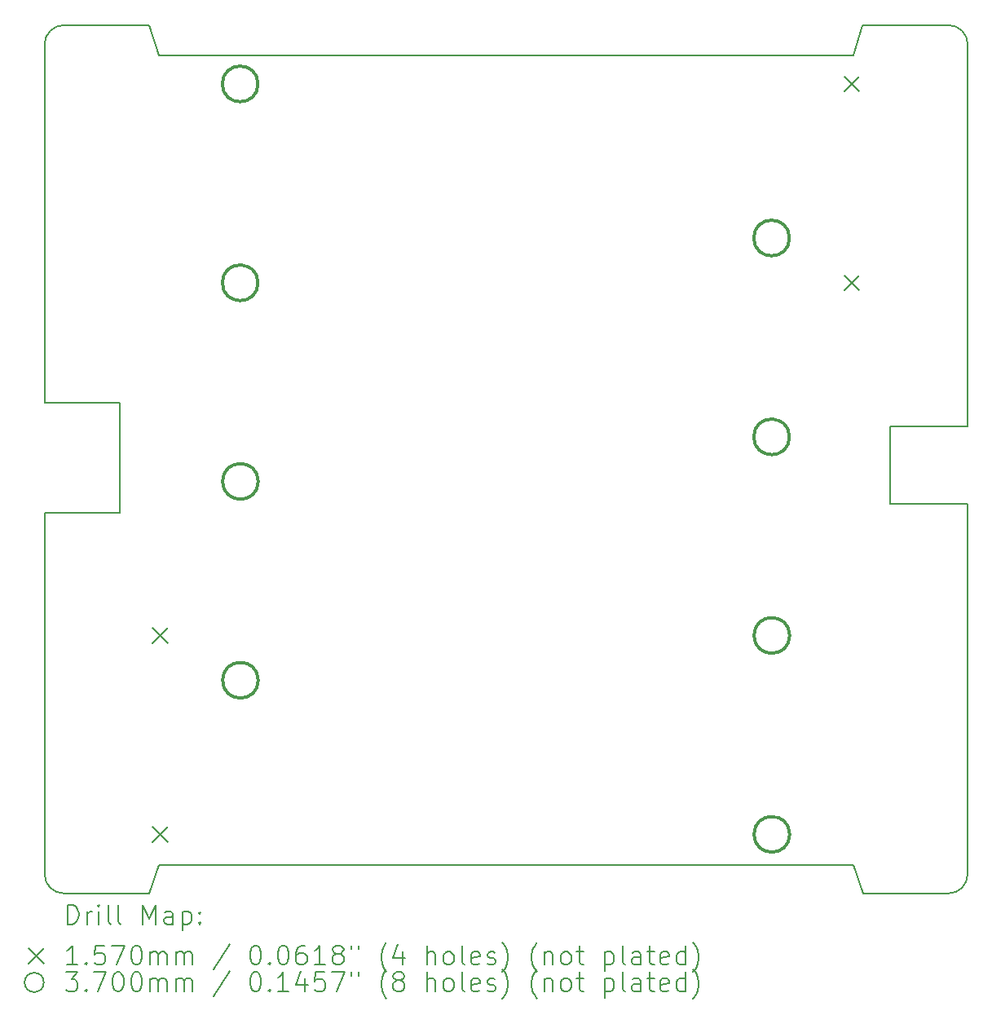
<source format=gbr>
%TF.GenerationSoftware,KiCad,Pcbnew,7.0.1-0*%
%TF.CreationDate,2023-03-19T01:41:42-04:00*%
%TF.ProjectId,batteryboard,62617474-6572-4796-926f-6172642e6b69,rev?*%
%TF.SameCoordinates,Original*%
%TF.FileFunction,Drillmap*%
%TF.FilePolarity,Positive*%
%FSLAX45Y45*%
G04 Gerber Fmt 4.5, Leading zero omitted, Abs format (unit mm)*
G04 Created by KiCad (PCBNEW 7.0.1-0) date 2023-03-19 01:41:42*
%MOMM*%
%LPD*%
G01*
G04 APERTURE LIST*
%ADD10C,0.150000*%
%ADD11C,0.200000*%
%ADD12C,0.157000*%
%ADD13C,0.370000*%
G04 APERTURE END LIST*
D10*
X5320030Y-14197990D02*
G75*
G03*
X5520030Y-14397990I200000J0D01*
G01*
X14708530Y-14397990D02*
G75*
G03*
X14908530Y-14197990I0J200000D01*
G01*
X14908530Y-5580990D02*
G75*
G03*
X14708530Y-5380990I-200000J0D01*
G01*
X5520030Y-5380990D02*
G75*
G03*
X5320030Y-5580990I0J-200000D01*
G01*
X5520030Y-14397990D02*
X6403950Y-14397990D01*
X13721080Y-14100000D02*
X6507480Y-14100000D01*
X6403950Y-14397990D02*
X6507480Y-14100000D01*
X14708530Y-14397990D02*
X13824610Y-14397990D01*
X6507480Y-5700000D02*
X6409690Y-5380990D01*
X13721080Y-5700000D02*
X6507480Y-5700000D01*
X13721080Y-5700000D02*
X13818870Y-5380990D01*
X14708530Y-5380990D02*
X13818870Y-5380990D01*
X6409690Y-5380990D02*
X5520030Y-5380990D01*
X6100000Y-10450000D02*
X5320030Y-10450000D01*
X14100000Y-9550000D02*
X14100000Y-10350000D01*
X13824610Y-14397990D02*
X13721080Y-14100000D01*
X14908530Y-9550000D02*
X14100000Y-9550000D01*
X14908530Y-14197990D02*
X14908530Y-10350000D01*
X5320030Y-14197990D02*
X5320030Y-10450000D01*
X5320030Y-9300000D02*
X6100000Y-9300000D01*
X5320030Y-5580990D02*
X5320030Y-9300000D01*
X14908530Y-5580990D02*
X14908530Y-9550000D01*
X14100000Y-10350000D02*
X14908530Y-10350000D01*
X6100000Y-9300000D02*
X6100000Y-10450000D01*
D11*
D12*
X6442780Y-11640960D02*
X6599780Y-11797960D01*
X6599780Y-11640960D02*
X6442780Y-11797960D01*
X6442780Y-13705980D02*
X6599780Y-13862980D01*
X6599780Y-13705980D02*
X6442780Y-13862980D01*
X13626240Y-5913460D02*
X13783240Y-6070460D01*
X13783240Y-5913460D02*
X13626240Y-6070460D01*
X13626240Y-7978480D02*
X13783240Y-8135480D01*
X13783240Y-7978480D02*
X13626240Y-8135480D01*
D13*
X7536740Y-5991960D02*
G75*
G03*
X7536740Y-5991960I-185000J0D01*
G01*
X7536740Y-8056980D02*
G75*
G03*
X7536740Y-8056980I-185000J0D01*
G01*
X7539280Y-10119460D02*
G75*
G03*
X7539280Y-10119460I-185000J0D01*
G01*
X7539280Y-12184480D02*
G75*
G03*
X7539280Y-12184480I-185000J0D01*
G01*
X13056740Y-7591960D02*
G75*
G03*
X13056740Y-7591960I-185000J0D01*
G01*
X13056740Y-9656980D02*
G75*
G03*
X13056740Y-9656980I-185000J0D01*
G01*
X13059280Y-11719460D02*
G75*
G03*
X13059280Y-11719460I-185000J0D01*
G01*
X13059280Y-13784480D02*
G75*
G03*
X13059280Y-13784480I-185000J0D01*
G01*
D11*
X5560149Y-14718014D02*
X5560149Y-14518014D01*
X5560149Y-14518014D02*
X5607768Y-14518014D01*
X5607768Y-14518014D02*
X5636339Y-14527538D01*
X5636339Y-14527538D02*
X5655387Y-14546585D01*
X5655387Y-14546585D02*
X5664911Y-14565633D01*
X5664911Y-14565633D02*
X5674435Y-14603728D01*
X5674435Y-14603728D02*
X5674435Y-14632299D01*
X5674435Y-14632299D02*
X5664911Y-14670395D01*
X5664911Y-14670395D02*
X5655387Y-14689442D01*
X5655387Y-14689442D02*
X5636339Y-14708490D01*
X5636339Y-14708490D02*
X5607768Y-14718014D01*
X5607768Y-14718014D02*
X5560149Y-14718014D01*
X5760149Y-14718014D02*
X5760149Y-14584680D01*
X5760149Y-14622776D02*
X5769673Y-14603728D01*
X5769673Y-14603728D02*
X5779197Y-14594204D01*
X5779197Y-14594204D02*
X5798244Y-14584680D01*
X5798244Y-14584680D02*
X5817292Y-14584680D01*
X5883958Y-14718014D02*
X5883958Y-14584680D01*
X5883958Y-14518014D02*
X5874435Y-14527538D01*
X5874435Y-14527538D02*
X5883958Y-14537061D01*
X5883958Y-14537061D02*
X5893482Y-14527538D01*
X5893482Y-14527538D02*
X5883958Y-14518014D01*
X5883958Y-14518014D02*
X5883958Y-14537061D01*
X6007768Y-14718014D02*
X5988720Y-14708490D01*
X5988720Y-14708490D02*
X5979197Y-14689442D01*
X5979197Y-14689442D02*
X5979197Y-14518014D01*
X6112530Y-14718014D02*
X6093482Y-14708490D01*
X6093482Y-14708490D02*
X6083958Y-14689442D01*
X6083958Y-14689442D02*
X6083958Y-14518014D01*
X6341101Y-14718014D02*
X6341101Y-14518014D01*
X6341101Y-14518014D02*
X6407768Y-14660871D01*
X6407768Y-14660871D02*
X6474435Y-14518014D01*
X6474435Y-14518014D02*
X6474435Y-14718014D01*
X6655387Y-14718014D02*
X6655387Y-14613252D01*
X6655387Y-14613252D02*
X6645863Y-14594204D01*
X6645863Y-14594204D02*
X6626816Y-14584680D01*
X6626816Y-14584680D02*
X6588720Y-14584680D01*
X6588720Y-14584680D02*
X6569673Y-14594204D01*
X6655387Y-14708490D02*
X6636339Y-14718014D01*
X6636339Y-14718014D02*
X6588720Y-14718014D01*
X6588720Y-14718014D02*
X6569673Y-14708490D01*
X6569673Y-14708490D02*
X6560149Y-14689442D01*
X6560149Y-14689442D02*
X6560149Y-14670395D01*
X6560149Y-14670395D02*
X6569673Y-14651347D01*
X6569673Y-14651347D02*
X6588720Y-14641823D01*
X6588720Y-14641823D02*
X6636339Y-14641823D01*
X6636339Y-14641823D02*
X6655387Y-14632299D01*
X6750625Y-14584680D02*
X6750625Y-14784680D01*
X6750625Y-14594204D02*
X6769673Y-14584680D01*
X6769673Y-14584680D02*
X6807768Y-14584680D01*
X6807768Y-14584680D02*
X6826816Y-14594204D01*
X6826816Y-14594204D02*
X6836339Y-14603728D01*
X6836339Y-14603728D02*
X6845863Y-14622776D01*
X6845863Y-14622776D02*
X6845863Y-14679918D01*
X6845863Y-14679918D02*
X6836339Y-14698966D01*
X6836339Y-14698966D02*
X6826816Y-14708490D01*
X6826816Y-14708490D02*
X6807768Y-14718014D01*
X6807768Y-14718014D02*
X6769673Y-14718014D01*
X6769673Y-14718014D02*
X6750625Y-14708490D01*
X6931578Y-14698966D02*
X6941101Y-14708490D01*
X6941101Y-14708490D02*
X6931578Y-14718014D01*
X6931578Y-14718014D02*
X6922054Y-14708490D01*
X6922054Y-14708490D02*
X6931578Y-14698966D01*
X6931578Y-14698966D02*
X6931578Y-14718014D01*
X6931578Y-14594204D02*
X6941101Y-14603728D01*
X6941101Y-14603728D02*
X6931578Y-14613252D01*
X6931578Y-14613252D02*
X6922054Y-14603728D01*
X6922054Y-14603728D02*
X6931578Y-14594204D01*
X6931578Y-14594204D02*
X6931578Y-14613252D01*
D12*
X5155530Y-14966990D02*
X5312530Y-15123990D01*
X5312530Y-14966990D02*
X5155530Y-15123990D01*
D11*
X5664911Y-15138014D02*
X5550625Y-15138014D01*
X5607768Y-15138014D02*
X5607768Y-14938014D01*
X5607768Y-14938014D02*
X5588720Y-14966585D01*
X5588720Y-14966585D02*
X5569673Y-14985633D01*
X5569673Y-14985633D02*
X5550625Y-14995157D01*
X5750625Y-15118966D02*
X5760149Y-15128490D01*
X5760149Y-15128490D02*
X5750625Y-15138014D01*
X5750625Y-15138014D02*
X5741101Y-15128490D01*
X5741101Y-15128490D02*
X5750625Y-15118966D01*
X5750625Y-15118966D02*
X5750625Y-15138014D01*
X5941101Y-14938014D02*
X5845863Y-14938014D01*
X5845863Y-14938014D02*
X5836339Y-15033252D01*
X5836339Y-15033252D02*
X5845863Y-15023728D01*
X5845863Y-15023728D02*
X5864911Y-15014204D01*
X5864911Y-15014204D02*
X5912530Y-15014204D01*
X5912530Y-15014204D02*
X5931578Y-15023728D01*
X5931578Y-15023728D02*
X5941101Y-15033252D01*
X5941101Y-15033252D02*
X5950625Y-15052299D01*
X5950625Y-15052299D02*
X5950625Y-15099918D01*
X5950625Y-15099918D02*
X5941101Y-15118966D01*
X5941101Y-15118966D02*
X5931578Y-15128490D01*
X5931578Y-15128490D02*
X5912530Y-15138014D01*
X5912530Y-15138014D02*
X5864911Y-15138014D01*
X5864911Y-15138014D02*
X5845863Y-15128490D01*
X5845863Y-15128490D02*
X5836339Y-15118966D01*
X6017292Y-14938014D02*
X6150625Y-14938014D01*
X6150625Y-14938014D02*
X6064911Y-15138014D01*
X6264911Y-14938014D02*
X6283959Y-14938014D01*
X6283959Y-14938014D02*
X6303006Y-14947538D01*
X6303006Y-14947538D02*
X6312530Y-14957061D01*
X6312530Y-14957061D02*
X6322054Y-14976109D01*
X6322054Y-14976109D02*
X6331578Y-15014204D01*
X6331578Y-15014204D02*
X6331578Y-15061823D01*
X6331578Y-15061823D02*
X6322054Y-15099918D01*
X6322054Y-15099918D02*
X6312530Y-15118966D01*
X6312530Y-15118966D02*
X6303006Y-15128490D01*
X6303006Y-15128490D02*
X6283959Y-15138014D01*
X6283959Y-15138014D02*
X6264911Y-15138014D01*
X6264911Y-15138014D02*
X6245863Y-15128490D01*
X6245863Y-15128490D02*
X6236339Y-15118966D01*
X6236339Y-15118966D02*
X6226816Y-15099918D01*
X6226816Y-15099918D02*
X6217292Y-15061823D01*
X6217292Y-15061823D02*
X6217292Y-15014204D01*
X6217292Y-15014204D02*
X6226816Y-14976109D01*
X6226816Y-14976109D02*
X6236339Y-14957061D01*
X6236339Y-14957061D02*
X6245863Y-14947538D01*
X6245863Y-14947538D02*
X6264911Y-14938014D01*
X6417292Y-15138014D02*
X6417292Y-15004680D01*
X6417292Y-15023728D02*
X6426816Y-15014204D01*
X6426816Y-15014204D02*
X6445863Y-15004680D01*
X6445863Y-15004680D02*
X6474435Y-15004680D01*
X6474435Y-15004680D02*
X6493482Y-15014204D01*
X6493482Y-15014204D02*
X6503006Y-15033252D01*
X6503006Y-15033252D02*
X6503006Y-15138014D01*
X6503006Y-15033252D02*
X6512530Y-15014204D01*
X6512530Y-15014204D02*
X6531578Y-15004680D01*
X6531578Y-15004680D02*
X6560149Y-15004680D01*
X6560149Y-15004680D02*
X6579197Y-15014204D01*
X6579197Y-15014204D02*
X6588720Y-15033252D01*
X6588720Y-15033252D02*
X6588720Y-15138014D01*
X6683959Y-15138014D02*
X6683959Y-15004680D01*
X6683959Y-15023728D02*
X6693482Y-15014204D01*
X6693482Y-15014204D02*
X6712530Y-15004680D01*
X6712530Y-15004680D02*
X6741101Y-15004680D01*
X6741101Y-15004680D02*
X6760149Y-15014204D01*
X6760149Y-15014204D02*
X6769673Y-15033252D01*
X6769673Y-15033252D02*
X6769673Y-15138014D01*
X6769673Y-15033252D02*
X6779197Y-15014204D01*
X6779197Y-15014204D02*
X6798244Y-15004680D01*
X6798244Y-15004680D02*
X6826816Y-15004680D01*
X6826816Y-15004680D02*
X6845863Y-15014204D01*
X6845863Y-15014204D02*
X6855387Y-15033252D01*
X6855387Y-15033252D02*
X6855387Y-15138014D01*
X7245863Y-14928490D02*
X7074435Y-15185633D01*
X7503006Y-14938014D02*
X7522054Y-14938014D01*
X7522054Y-14938014D02*
X7541102Y-14947538D01*
X7541102Y-14947538D02*
X7550625Y-14957061D01*
X7550625Y-14957061D02*
X7560149Y-14976109D01*
X7560149Y-14976109D02*
X7569673Y-15014204D01*
X7569673Y-15014204D02*
X7569673Y-15061823D01*
X7569673Y-15061823D02*
X7560149Y-15099918D01*
X7560149Y-15099918D02*
X7550625Y-15118966D01*
X7550625Y-15118966D02*
X7541102Y-15128490D01*
X7541102Y-15128490D02*
X7522054Y-15138014D01*
X7522054Y-15138014D02*
X7503006Y-15138014D01*
X7503006Y-15138014D02*
X7483959Y-15128490D01*
X7483959Y-15128490D02*
X7474435Y-15118966D01*
X7474435Y-15118966D02*
X7464911Y-15099918D01*
X7464911Y-15099918D02*
X7455387Y-15061823D01*
X7455387Y-15061823D02*
X7455387Y-15014204D01*
X7455387Y-15014204D02*
X7464911Y-14976109D01*
X7464911Y-14976109D02*
X7474435Y-14957061D01*
X7474435Y-14957061D02*
X7483959Y-14947538D01*
X7483959Y-14947538D02*
X7503006Y-14938014D01*
X7655387Y-15118966D02*
X7664911Y-15128490D01*
X7664911Y-15128490D02*
X7655387Y-15138014D01*
X7655387Y-15138014D02*
X7645863Y-15128490D01*
X7645863Y-15128490D02*
X7655387Y-15118966D01*
X7655387Y-15118966D02*
X7655387Y-15138014D01*
X7788721Y-14938014D02*
X7807768Y-14938014D01*
X7807768Y-14938014D02*
X7826816Y-14947538D01*
X7826816Y-14947538D02*
X7836340Y-14957061D01*
X7836340Y-14957061D02*
X7845863Y-14976109D01*
X7845863Y-14976109D02*
X7855387Y-15014204D01*
X7855387Y-15014204D02*
X7855387Y-15061823D01*
X7855387Y-15061823D02*
X7845863Y-15099918D01*
X7845863Y-15099918D02*
X7836340Y-15118966D01*
X7836340Y-15118966D02*
X7826816Y-15128490D01*
X7826816Y-15128490D02*
X7807768Y-15138014D01*
X7807768Y-15138014D02*
X7788721Y-15138014D01*
X7788721Y-15138014D02*
X7769673Y-15128490D01*
X7769673Y-15128490D02*
X7760149Y-15118966D01*
X7760149Y-15118966D02*
X7750625Y-15099918D01*
X7750625Y-15099918D02*
X7741102Y-15061823D01*
X7741102Y-15061823D02*
X7741102Y-15014204D01*
X7741102Y-15014204D02*
X7750625Y-14976109D01*
X7750625Y-14976109D02*
X7760149Y-14957061D01*
X7760149Y-14957061D02*
X7769673Y-14947538D01*
X7769673Y-14947538D02*
X7788721Y-14938014D01*
X8026816Y-14938014D02*
X7988721Y-14938014D01*
X7988721Y-14938014D02*
X7969673Y-14947538D01*
X7969673Y-14947538D02*
X7960149Y-14957061D01*
X7960149Y-14957061D02*
X7941102Y-14985633D01*
X7941102Y-14985633D02*
X7931578Y-15023728D01*
X7931578Y-15023728D02*
X7931578Y-15099918D01*
X7931578Y-15099918D02*
X7941102Y-15118966D01*
X7941102Y-15118966D02*
X7950625Y-15128490D01*
X7950625Y-15128490D02*
X7969673Y-15138014D01*
X7969673Y-15138014D02*
X8007768Y-15138014D01*
X8007768Y-15138014D02*
X8026816Y-15128490D01*
X8026816Y-15128490D02*
X8036340Y-15118966D01*
X8036340Y-15118966D02*
X8045863Y-15099918D01*
X8045863Y-15099918D02*
X8045863Y-15052299D01*
X8045863Y-15052299D02*
X8036340Y-15033252D01*
X8036340Y-15033252D02*
X8026816Y-15023728D01*
X8026816Y-15023728D02*
X8007768Y-15014204D01*
X8007768Y-15014204D02*
X7969673Y-15014204D01*
X7969673Y-15014204D02*
X7950625Y-15023728D01*
X7950625Y-15023728D02*
X7941102Y-15033252D01*
X7941102Y-15033252D02*
X7931578Y-15052299D01*
X8236340Y-15138014D02*
X8122054Y-15138014D01*
X8179197Y-15138014D02*
X8179197Y-14938014D01*
X8179197Y-14938014D02*
X8160149Y-14966585D01*
X8160149Y-14966585D02*
X8141102Y-14985633D01*
X8141102Y-14985633D02*
X8122054Y-14995157D01*
X8350625Y-15023728D02*
X8331578Y-15014204D01*
X8331578Y-15014204D02*
X8322054Y-15004680D01*
X8322054Y-15004680D02*
X8312530Y-14985633D01*
X8312530Y-14985633D02*
X8312530Y-14976109D01*
X8312530Y-14976109D02*
X8322054Y-14957061D01*
X8322054Y-14957061D02*
X8331578Y-14947538D01*
X8331578Y-14947538D02*
X8350625Y-14938014D01*
X8350625Y-14938014D02*
X8388721Y-14938014D01*
X8388721Y-14938014D02*
X8407768Y-14947538D01*
X8407768Y-14947538D02*
X8417292Y-14957061D01*
X8417292Y-14957061D02*
X8426816Y-14976109D01*
X8426816Y-14976109D02*
X8426816Y-14985633D01*
X8426816Y-14985633D02*
X8417292Y-15004680D01*
X8417292Y-15004680D02*
X8407768Y-15014204D01*
X8407768Y-15014204D02*
X8388721Y-15023728D01*
X8388721Y-15023728D02*
X8350625Y-15023728D01*
X8350625Y-15023728D02*
X8331578Y-15033252D01*
X8331578Y-15033252D02*
X8322054Y-15042776D01*
X8322054Y-15042776D02*
X8312530Y-15061823D01*
X8312530Y-15061823D02*
X8312530Y-15099918D01*
X8312530Y-15099918D02*
X8322054Y-15118966D01*
X8322054Y-15118966D02*
X8331578Y-15128490D01*
X8331578Y-15128490D02*
X8350625Y-15138014D01*
X8350625Y-15138014D02*
X8388721Y-15138014D01*
X8388721Y-15138014D02*
X8407768Y-15128490D01*
X8407768Y-15128490D02*
X8417292Y-15118966D01*
X8417292Y-15118966D02*
X8426816Y-15099918D01*
X8426816Y-15099918D02*
X8426816Y-15061823D01*
X8426816Y-15061823D02*
X8417292Y-15042776D01*
X8417292Y-15042776D02*
X8407768Y-15033252D01*
X8407768Y-15033252D02*
X8388721Y-15023728D01*
X8503006Y-14938014D02*
X8503006Y-14976109D01*
X8579197Y-14938014D02*
X8579197Y-14976109D01*
X8874435Y-15214204D02*
X8864911Y-15204680D01*
X8864911Y-15204680D02*
X8845864Y-15176109D01*
X8845864Y-15176109D02*
X8836340Y-15157061D01*
X8836340Y-15157061D02*
X8826816Y-15128490D01*
X8826816Y-15128490D02*
X8817292Y-15080871D01*
X8817292Y-15080871D02*
X8817292Y-15042776D01*
X8817292Y-15042776D02*
X8826816Y-14995157D01*
X8826816Y-14995157D02*
X8836340Y-14966585D01*
X8836340Y-14966585D02*
X8845864Y-14947538D01*
X8845864Y-14947538D02*
X8864911Y-14918966D01*
X8864911Y-14918966D02*
X8874435Y-14909442D01*
X9036340Y-15004680D02*
X9036340Y-15138014D01*
X8988721Y-14928490D02*
X8941102Y-15071347D01*
X8941102Y-15071347D02*
X9064911Y-15071347D01*
X9293483Y-15138014D02*
X9293483Y-14938014D01*
X9379197Y-15138014D02*
X9379197Y-15033252D01*
X9379197Y-15033252D02*
X9369673Y-15014204D01*
X9369673Y-15014204D02*
X9350626Y-15004680D01*
X9350626Y-15004680D02*
X9322054Y-15004680D01*
X9322054Y-15004680D02*
X9303007Y-15014204D01*
X9303007Y-15014204D02*
X9293483Y-15023728D01*
X9503007Y-15138014D02*
X9483959Y-15128490D01*
X9483959Y-15128490D02*
X9474435Y-15118966D01*
X9474435Y-15118966D02*
X9464911Y-15099918D01*
X9464911Y-15099918D02*
X9464911Y-15042776D01*
X9464911Y-15042776D02*
X9474435Y-15023728D01*
X9474435Y-15023728D02*
X9483959Y-15014204D01*
X9483959Y-15014204D02*
X9503007Y-15004680D01*
X9503007Y-15004680D02*
X9531578Y-15004680D01*
X9531578Y-15004680D02*
X9550626Y-15014204D01*
X9550626Y-15014204D02*
X9560149Y-15023728D01*
X9560149Y-15023728D02*
X9569673Y-15042776D01*
X9569673Y-15042776D02*
X9569673Y-15099918D01*
X9569673Y-15099918D02*
X9560149Y-15118966D01*
X9560149Y-15118966D02*
X9550626Y-15128490D01*
X9550626Y-15128490D02*
X9531578Y-15138014D01*
X9531578Y-15138014D02*
X9503007Y-15138014D01*
X9683959Y-15138014D02*
X9664911Y-15128490D01*
X9664911Y-15128490D02*
X9655388Y-15109442D01*
X9655388Y-15109442D02*
X9655388Y-14938014D01*
X9836340Y-15128490D02*
X9817292Y-15138014D01*
X9817292Y-15138014D02*
X9779197Y-15138014D01*
X9779197Y-15138014D02*
X9760149Y-15128490D01*
X9760149Y-15128490D02*
X9750626Y-15109442D01*
X9750626Y-15109442D02*
X9750626Y-15033252D01*
X9750626Y-15033252D02*
X9760149Y-15014204D01*
X9760149Y-15014204D02*
X9779197Y-15004680D01*
X9779197Y-15004680D02*
X9817292Y-15004680D01*
X9817292Y-15004680D02*
X9836340Y-15014204D01*
X9836340Y-15014204D02*
X9845864Y-15033252D01*
X9845864Y-15033252D02*
X9845864Y-15052299D01*
X9845864Y-15052299D02*
X9750626Y-15071347D01*
X9922054Y-15128490D02*
X9941102Y-15138014D01*
X9941102Y-15138014D02*
X9979197Y-15138014D01*
X9979197Y-15138014D02*
X9998245Y-15128490D01*
X9998245Y-15128490D02*
X10007769Y-15109442D01*
X10007769Y-15109442D02*
X10007769Y-15099918D01*
X10007769Y-15099918D02*
X9998245Y-15080871D01*
X9998245Y-15080871D02*
X9979197Y-15071347D01*
X9979197Y-15071347D02*
X9950626Y-15071347D01*
X9950626Y-15071347D02*
X9931578Y-15061823D01*
X9931578Y-15061823D02*
X9922054Y-15042776D01*
X9922054Y-15042776D02*
X9922054Y-15033252D01*
X9922054Y-15033252D02*
X9931578Y-15014204D01*
X9931578Y-15014204D02*
X9950626Y-15004680D01*
X9950626Y-15004680D02*
X9979197Y-15004680D01*
X9979197Y-15004680D02*
X9998245Y-15014204D01*
X10074435Y-15214204D02*
X10083959Y-15204680D01*
X10083959Y-15204680D02*
X10103007Y-15176109D01*
X10103007Y-15176109D02*
X10112530Y-15157061D01*
X10112530Y-15157061D02*
X10122054Y-15128490D01*
X10122054Y-15128490D02*
X10131578Y-15080871D01*
X10131578Y-15080871D02*
X10131578Y-15042776D01*
X10131578Y-15042776D02*
X10122054Y-14995157D01*
X10122054Y-14995157D02*
X10112530Y-14966585D01*
X10112530Y-14966585D02*
X10103007Y-14947538D01*
X10103007Y-14947538D02*
X10083959Y-14918966D01*
X10083959Y-14918966D02*
X10074435Y-14909442D01*
X10436340Y-15214204D02*
X10426816Y-15204680D01*
X10426816Y-15204680D02*
X10407769Y-15176109D01*
X10407769Y-15176109D02*
X10398245Y-15157061D01*
X10398245Y-15157061D02*
X10388721Y-15128490D01*
X10388721Y-15128490D02*
X10379197Y-15080871D01*
X10379197Y-15080871D02*
X10379197Y-15042776D01*
X10379197Y-15042776D02*
X10388721Y-14995157D01*
X10388721Y-14995157D02*
X10398245Y-14966585D01*
X10398245Y-14966585D02*
X10407769Y-14947538D01*
X10407769Y-14947538D02*
X10426816Y-14918966D01*
X10426816Y-14918966D02*
X10436340Y-14909442D01*
X10512530Y-15004680D02*
X10512530Y-15138014D01*
X10512530Y-15023728D02*
X10522054Y-15014204D01*
X10522054Y-15014204D02*
X10541102Y-15004680D01*
X10541102Y-15004680D02*
X10569673Y-15004680D01*
X10569673Y-15004680D02*
X10588721Y-15014204D01*
X10588721Y-15014204D02*
X10598245Y-15033252D01*
X10598245Y-15033252D02*
X10598245Y-15138014D01*
X10722054Y-15138014D02*
X10703007Y-15128490D01*
X10703007Y-15128490D02*
X10693483Y-15118966D01*
X10693483Y-15118966D02*
X10683959Y-15099918D01*
X10683959Y-15099918D02*
X10683959Y-15042776D01*
X10683959Y-15042776D02*
X10693483Y-15023728D01*
X10693483Y-15023728D02*
X10703007Y-15014204D01*
X10703007Y-15014204D02*
X10722054Y-15004680D01*
X10722054Y-15004680D02*
X10750626Y-15004680D01*
X10750626Y-15004680D02*
X10769673Y-15014204D01*
X10769673Y-15014204D02*
X10779197Y-15023728D01*
X10779197Y-15023728D02*
X10788721Y-15042776D01*
X10788721Y-15042776D02*
X10788721Y-15099918D01*
X10788721Y-15099918D02*
X10779197Y-15118966D01*
X10779197Y-15118966D02*
X10769673Y-15128490D01*
X10769673Y-15128490D02*
X10750626Y-15138014D01*
X10750626Y-15138014D02*
X10722054Y-15138014D01*
X10845864Y-15004680D02*
X10922054Y-15004680D01*
X10874435Y-14938014D02*
X10874435Y-15109442D01*
X10874435Y-15109442D02*
X10883959Y-15128490D01*
X10883959Y-15128490D02*
X10903007Y-15138014D01*
X10903007Y-15138014D02*
X10922054Y-15138014D01*
X11141102Y-15004680D02*
X11141102Y-15204680D01*
X11141102Y-15014204D02*
X11160150Y-15004680D01*
X11160150Y-15004680D02*
X11198245Y-15004680D01*
X11198245Y-15004680D02*
X11217292Y-15014204D01*
X11217292Y-15014204D02*
X11226816Y-15023728D01*
X11226816Y-15023728D02*
X11236340Y-15042776D01*
X11236340Y-15042776D02*
X11236340Y-15099918D01*
X11236340Y-15099918D02*
X11226816Y-15118966D01*
X11226816Y-15118966D02*
X11217292Y-15128490D01*
X11217292Y-15128490D02*
X11198245Y-15138014D01*
X11198245Y-15138014D02*
X11160150Y-15138014D01*
X11160150Y-15138014D02*
X11141102Y-15128490D01*
X11350626Y-15138014D02*
X11331578Y-15128490D01*
X11331578Y-15128490D02*
X11322054Y-15109442D01*
X11322054Y-15109442D02*
X11322054Y-14938014D01*
X11512530Y-15138014D02*
X11512530Y-15033252D01*
X11512530Y-15033252D02*
X11503007Y-15014204D01*
X11503007Y-15014204D02*
X11483959Y-15004680D01*
X11483959Y-15004680D02*
X11445864Y-15004680D01*
X11445864Y-15004680D02*
X11426816Y-15014204D01*
X11512530Y-15128490D02*
X11493483Y-15138014D01*
X11493483Y-15138014D02*
X11445864Y-15138014D01*
X11445864Y-15138014D02*
X11426816Y-15128490D01*
X11426816Y-15128490D02*
X11417292Y-15109442D01*
X11417292Y-15109442D02*
X11417292Y-15090395D01*
X11417292Y-15090395D02*
X11426816Y-15071347D01*
X11426816Y-15071347D02*
X11445864Y-15061823D01*
X11445864Y-15061823D02*
X11493483Y-15061823D01*
X11493483Y-15061823D02*
X11512530Y-15052299D01*
X11579197Y-15004680D02*
X11655388Y-15004680D01*
X11607769Y-14938014D02*
X11607769Y-15109442D01*
X11607769Y-15109442D02*
X11617292Y-15128490D01*
X11617292Y-15128490D02*
X11636340Y-15138014D01*
X11636340Y-15138014D02*
X11655388Y-15138014D01*
X11798245Y-15128490D02*
X11779197Y-15138014D01*
X11779197Y-15138014D02*
X11741102Y-15138014D01*
X11741102Y-15138014D02*
X11722054Y-15128490D01*
X11722054Y-15128490D02*
X11712530Y-15109442D01*
X11712530Y-15109442D02*
X11712530Y-15033252D01*
X11712530Y-15033252D02*
X11722054Y-15014204D01*
X11722054Y-15014204D02*
X11741102Y-15004680D01*
X11741102Y-15004680D02*
X11779197Y-15004680D01*
X11779197Y-15004680D02*
X11798245Y-15014204D01*
X11798245Y-15014204D02*
X11807769Y-15033252D01*
X11807769Y-15033252D02*
X11807769Y-15052299D01*
X11807769Y-15052299D02*
X11712530Y-15071347D01*
X11979197Y-15138014D02*
X11979197Y-14938014D01*
X11979197Y-15128490D02*
X11960150Y-15138014D01*
X11960150Y-15138014D02*
X11922054Y-15138014D01*
X11922054Y-15138014D02*
X11903007Y-15128490D01*
X11903007Y-15128490D02*
X11893483Y-15118966D01*
X11893483Y-15118966D02*
X11883959Y-15099918D01*
X11883959Y-15099918D02*
X11883959Y-15042776D01*
X11883959Y-15042776D02*
X11893483Y-15023728D01*
X11893483Y-15023728D02*
X11903007Y-15014204D01*
X11903007Y-15014204D02*
X11922054Y-15004680D01*
X11922054Y-15004680D02*
X11960150Y-15004680D01*
X11960150Y-15004680D02*
X11979197Y-15014204D01*
X12055388Y-15214204D02*
X12064911Y-15204680D01*
X12064911Y-15204680D02*
X12083959Y-15176109D01*
X12083959Y-15176109D02*
X12093483Y-15157061D01*
X12093483Y-15157061D02*
X12103007Y-15128490D01*
X12103007Y-15128490D02*
X12112530Y-15080871D01*
X12112530Y-15080871D02*
X12112530Y-15042776D01*
X12112530Y-15042776D02*
X12103007Y-14995157D01*
X12103007Y-14995157D02*
X12093483Y-14966585D01*
X12093483Y-14966585D02*
X12083959Y-14947538D01*
X12083959Y-14947538D02*
X12064911Y-14918966D01*
X12064911Y-14918966D02*
X12055388Y-14909442D01*
X5312530Y-15322490D02*
G75*
G03*
X5312530Y-15322490I-100000J0D01*
G01*
X5541101Y-15215014D02*
X5664911Y-15215014D01*
X5664911Y-15215014D02*
X5598244Y-15291204D01*
X5598244Y-15291204D02*
X5626816Y-15291204D01*
X5626816Y-15291204D02*
X5645863Y-15300728D01*
X5645863Y-15300728D02*
X5655387Y-15310252D01*
X5655387Y-15310252D02*
X5664911Y-15329299D01*
X5664911Y-15329299D02*
X5664911Y-15376918D01*
X5664911Y-15376918D02*
X5655387Y-15395966D01*
X5655387Y-15395966D02*
X5645863Y-15405490D01*
X5645863Y-15405490D02*
X5626816Y-15415014D01*
X5626816Y-15415014D02*
X5569673Y-15415014D01*
X5569673Y-15415014D02*
X5550625Y-15405490D01*
X5550625Y-15405490D02*
X5541101Y-15395966D01*
X5750625Y-15395966D02*
X5760149Y-15405490D01*
X5760149Y-15405490D02*
X5750625Y-15415014D01*
X5750625Y-15415014D02*
X5741101Y-15405490D01*
X5741101Y-15405490D02*
X5750625Y-15395966D01*
X5750625Y-15395966D02*
X5750625Y-15415014D01*
X5826816Y-15215014D02*
X5960149Y-15215014D01*
X5960149Y-15215014D02*
X5874435Y-15415014D01*
X6074435Y-15215014D02*
X6093482Y-15215014D01*
X6093482Y-15215014D02*
X6112530Y-15224538D01*
X6112530Y-15224538D02*
X6122054Y-15234061D01*
X6122054Y-15234061D02*
X6131578Y-15253109D01*
X6131578Y-15253109D02*
X6141101Y-15291204D01*
X6141101Y-15291204D02*
X6141101Y-15338823D01*
X6141101Y-15338823D02*
X6131578Y-15376918D01*
X6131578Y-15376918D02*
X6122054Y-15395966D01*
X6122054Y-15395966D02*
X6112530Y-15405490D01*
X6112530Y-15405490D02*
X6093482Y-15415014D01*
X6093482Y-15415014D02*
X6074435Y-15415014D01*
X6074435Y-15415014D02*
X6055387Y-15405490D01*
X6055387Y-15405490D02*
X6045863Y-15395966D01*
X6045863Y-15395966D02*
X6036339Y-15376918D01*
X6036339Y-15376918D02*
X6026816Y-15338823D01*
X6026816Y-15338823D02*
X6026816Y-15291204D01*
X6026816Y-15291204D02*
X6036339Y-15253109D01*
X6036339Y-15253109D02*
X6045863Y-15234061D01*
X6045863Y-15234061D02*
X6055387Y-15224538D01*
X6055387Y-15224538D02*
X6074435Y-15215014D01*
X6264911Y-15215014D02*
X6283959Y-15215014D01*
X6283959Y-15215014D02*
X6303006Y-15224538D01*
X6303006Y-15224538D02*
X6312530Y-15234061D01*
X6312530Y-15234061D02*
X6322054Y-15253109D01*
X6322054Y-15253109D02*
X6331578Y-15291204D01*
X6331578Y-15291204D02*
X6331578Y-15338823D01*
X6331578Y-15338823D02*
X6322054Y-15376918D01*
X6322054Y-15376918D02*
X6312530Y-15395966D01*
X6312530Y-15395966D02*
X6303006Y-15405490D01*
X6303006Y-15405490D02*
X6283959Y-15415014D01*
X6283959Y-15415014D02*
X6264911Y-15415014D01*
X6264911Y-15415014D02*
X6245863Y-15405490D01*
X6245863Y-15405490D02*
X6236339Y-15395966D01*
X6236339Y-15395966D02*
X6226816Y-15376918D01*
X6226816Y-15376918D02*
X6217292Y-15338823D01*
X6217292Y-15338823D02*
X6217292Y-15291204D01*
X6217292Y-15291204D02*
X6226816Y-15253109D01*
X6226816Y-15253109D02*
X6236339Y-15234061D01*
X6236339Y-15234061D02*
X6245863Y-15224538D01*
X6245863Y-15224538D02*
X6264911Y-15215014D01*
X6417292Y-15415014D02*
X6417292Y-15281680D01*
X6417292Y-15300728D02*
X6426816Y-15291204D01*
X6426816Y-15291204D02*
X6445863Y-15281680D01*
X6445863Y-15281680D02*
X6474435Y-15281680D01*
X6474435Y-15281680D02*
X6493482Y-15291204D01*
X6493482Y-15291204D02*
X6503006Y-15310252D01*
X6503006Y-15310252D02*
X6503006Y-15415014D01*
X6503006Y-15310252D02*
X6512530Y-15291204D01*
X6512530Y-15291204D02*
X6531578Y-15281680D01*
X6531578Y-15281680D02*
X6560149Y-15281680D01*
X6560149Y-15281680D02*
X6579197Y-15291204D01*
X6579197Y-15291204D02*
X6588720Y-15310252D01*
X6588720Y-15310252D02*
X6588720Y-15415014D01*
X6683959Y-15415014D02*
X6683959Y-15281680D01*
X6683959Y-15300728D02*
X6693482Y-15291204D01*
X6693482Y-15291204D02*
X6712530Y-15281680D01*
X6712530Y-15281680D02*
X6741101Y-15281680D01*
X6741101Y-15281680D02*
X6760149Y-15291204D01*
X6760149Y-15291204D02*
X6769673Y-15310252D01*
X6769673Y-15310252D02*
X6769673Y-15415014D01*
X6769673Y-15310252D02*
X6779197Y-15291204D01*
X6779197Y-15291204D02*
X6798244Y-15281680D01*
X6798244Y-15281680D02*
X6826816Y-15281680D01*
X6826816Y-15281680D02*
X6845863Y-15291204D01*
X6845863Y-15291204D02*
X6855387Y-15310252D01*
X6855387Y-15310252D02*
X6855387Y-15415014D01*
X7245863Y-15205490D02*
X7074435Y-15462633D01*
X7503006Y-15215014D02*
X7522054Y-15215014D01*
X7522054Y-15215014D02*
X7541102Y-15224538D01*
X7541102Y-15224538D02*
X7550625Y-15234061D01*
X7550625Y-15234061D02*
X7560149Y-15253109D01*
X7560149Y-15253109D02*
X7569673Y-15291204D01*
X7569673Y-15291204D02*
X7569673Y-15338823D01*
X7569673Y-15338823D02*
X7560149Y-15376918D01*
X7560149Y-15376918D02*
X7550625Y-15395966D01*
X7550625Y-15395966D02*
X7541102Y-15405490D01*
X7541102Y-15405490D02*
X7522054Y-15415014D01*
X7522054Y-15415014D02*
X7503006Y-15415014D01*
X7503006Y-15415014D02*
X7483959Y-15405490D01*
X7483959Y-15405490D02*
X7474435Y-15395966D01*
X7474435Y-15395966D02*
X7464911Y-15376918D01*
X7464911Y-15376918D02*
X7455387Y-15338823D01*
X7455387Y-15338823D02*
X7455387Y-15291204D01*
X7455387Y-15291204D02*
X7464911Y-15253109D01*
X7464911Y-15253109D02*
X7474435Y-15234061D01*
X7474435Y-15234061D02*
X7483959Y-15224538D01*
X7483959Y-15224538D02*
X7503006Y-15215014D01*
X7655387Y-15395966D02*
X7664911Y-15405490D01*
X7664911Y-15405490D02*
X7655387Y-15415014D01*
X7655387Y-15415014D02*
X7645863Y-15405490D01*
X7645863Y-15405490D02*
X7655387Y-15395966D01*
X7655387Y-15395966D02*
X7655387Y-15415014D01*
X7855387Y-15415014D02*
X7741102Y-15415014D01*
X7798244Y-15415014D02*
X7798244Y-15215014D01*
X7798244Y-15215014D02*
X7779197Y-15243585D01*
X7779197Y-15243585D02*
X7760149Y-15262633D01*
X7760149Y-15262633D02*
X7741102Y-15272157D01*
X8026816Y-15281680D02*
X8026816Y-15415014D01*
X7979197Y-15205490D02*
X7931578Y-15348347D01*
X7931578Y-15348347D02*
X8055387Y-15348347D01*
X8226816Y-15215014D02*
X8131578Y-15215014D01*
X8131578Y-15215014D02*
X8122054Y-15310252D01*
X8122054Y-15310252D02*
X8131578Y-15300728D01*
X8131578Y-15300728D02*
X8150625Y-15291204D01*
X8150625Y-15291204D02*
X8198244Y-15291204D01*
X8198244Y-15291204D02*
X8217292Y-15300728D01*
X8217292Y-15300728D02*
X8226816Y-15310252D01*
X8226816Y-15310252D02*
X8236340Y-15329299D01*
X8236340Y-15329299D02*
X8236340Y-15376918D01*
X8236340Y-15376918D02*
X8226816Y-15395966D01*
X8226816Y-15395966D02*
X8217292Y-15405490D01*
X8217292Y-15405490D02*
X8198244Y-15415014D01*
X8198244Y-15415014D02*
X8150625Y-15415014D01*
X8150625Y-15415014D02*
X8131578Y-15405490D01*
X8131578Y-15405490D02*
X8122054Y-15395966D01*
X8303006Y-15215014D02*
X8436340Y-15215014D01*
X8436340Y-15215014D02*
X8350625Y-15415014D01*
X8503006Y-15215014D02*
X8503006Y-15253109D01*
X8579197Y-15215014D02*
X8579197Y-15253109D01*
X8874435Y-15491204D02*
X8864911Y-15481680D01*
X8864911Y-15481680D02*
X8845864Y-15453109D01*
X8845864Y-15453109D02*
X8836340Y-15434061D01*
X8836340Y-15434061D02*
X8826816Y-15405490D01*
X8826816Y-15405490D02*
X8817292Y-15357871D01*
X8817292Y-15357871D02*
X8817292Y-15319776D01*
X8817292Y-15319776D02*
X8826816Y-15272157D01*
X8826816Y-15272157D02*
X8836340Y-15243585D01*
X8836340Y-15243585D02*
X8845864Y-15224538D01*
X8845864Y-15224538D02*
X8864911Y-15195966D01*
X8864911Y-15195966D02*
X8874435Y-15186442D01*
X8979197Y-15300728D02*
X8960149Y-15291204D01*
X8960149Y-15291204D02*
X8950626Y-15281680D01*
X8950626Y-15281680D02*
X8941102Y-15262633D01*
X8941102Y-15262633D02*
X8941102Y-15253109D01*
X8941102Y-15253109D02*
X8950626Y-15234061D01*
X8950626Y-15234061D02*
X8960149Y-15224538D01*
X8960149Y-15224538D02*
X8979197Y-15215014D01*
X8979197Y-15215014D02*
X9017292Y-15215014D01*
X9017292Y-15215014D02*
X9036340Y-15224538D01*
X9036340Y-15224538D02*
X9045864Y-15234061D01*
X9045864Y-15234061D02*
X9055387Y-15253109D01*
X9055387Y-15253109D02*
X9055387Y-15262633D01*
X9055387Y-15262633D02*
X9045864Y-15281680D01*
X9045864Y-15281680D02*
X9036340Y-15291204D01*
X9036340Y-15291204D02*
X9017292Y-15300728D01*
X9017292Y-15300728D02*
X8979197Y-15300728D01*
X8979197Y-15300728D02*
X8960149Y-15310252D01*
X8960149Y-15310252D02*
X8950626Y-15319776D01*
X8950626Y-15319776D02*
X8941102Y-15338823D01*
X8941102Y-15338823D02*
X8941102Y-15376918D01*
X8941102Y-15376918D02*
X8950626Y-15395966D01*
X8950626Y-15395966D02*
X8960149Y-15405490D01*
X8960149Y-15405490D02*
X8979197Y-15415014D01*
X8979197Y-15415014D02*
X9017292Y-15415014D01*
X9017292Y-15415014D02*
X9036340Y-15405490D01*
X9036340Y-15405490D02*
X9045864Y-15395966D01*
X9045864Y-15395966D02*
X9055387Y-15376918D01*
X9055387Y-15376918D02*
X9055387Y-15338823D01*
X9055387Y-15338823D02*
X9045864Y-15319776D01*
X9045864Y-15319776D02*
X9036340Y-15310252D01*
X9036340Y-15310252D02*
X9017292Y-15300728D01*
X9293483Y-15415014D02*
X9293483Y-15215014D01*
X9379197Y-15415014D02*
X9379197Y-15310252D01*
X9379197Y-15310252D02*
X9369673Y-15291204D01*
X9369673Y-15291204D02*
X9350626Y-15281680D01*
X9350626Y-15281680D02*
X9322054Y-15281680D01*
X9322054Y-15281680D02*
X9303007Y-15291204D01*
X9303007Y-15291204D02*
X9293483Y-15300728D01*
X9503007Y-15415014D02*
X9483959Y-15405490D01*
X9483959Y-15405490D02*
X9474435Y-15395966D01*
X9474435Y-15395966D02*
X9464911Y-15376918D01*
X9464911Y-15376918D02*
X9464911Y-15319776D01*
X9464911Y-15319776D02*
X9474435Y-15300728D01*
X9474435Y-15300728D02*
X9483959Y-15291204D01*
X9483959Y-15291204D02*
X9503007Y-15281680D01*
X9503007Y-15281680D02*
X9531578Y-15281680D01*
X9531578Y-15281680D02*
X9550626Y-15291204D01*
X9550626Y-15291204D02*
X9560149Y-15300728D01*
X9560149Y-15300728D02*
X9569673Y-15319776D01*
X9569673Y-15319776D02*
X9569673Y-15376918D01*
X9569673Y-15376918D02*
X9560149Y-15395966D01*
X9560149Y-15395966D02*
X9550626Y-15405490D01*
X9550626Y-15405490D02*
X9531578Y-15415014D01*
X9531578Y-15415014D02*
X9503007Y-15415014D01*
X9683959Y-15415014D02*
X9664911Y-15405490D01*
X9664911Y-15405490D02*
X9655388Y-15386442D01*
X9655388Y-15386442D02*
X9655388Y-15215014D01*
X9836340Y-15405490D02*
X9817292Y-15415014D01*
X9817292Y-15415014D02*
X9779197Y-15415014D01*
X9779197Y-15415014D02*
X9760149Y-15405490D01*
X9760149Y-15405490D02*
X9750626Y-15386442D01*
X9750626Y-15386442D02*
X9750626Y-15310252D01*
X9750626Y-15310252D02*
X9760149Y-15291204D01*
X9760149Y-15291204D02*
X9779197Y-15281680D01*
X9779197Y-15281680D02*
X9817292Y-15281680D01*
X9817292Y-15281680D02*
X9836340Y-15291204D01*
X9836340Y-15291204D02*
X9845864Y-15310252D01*
X9845864Y-15310252D02*
X9845864Y-15329299D01*
X9845864Y-15329299D02*
X9750626Y-15348347D01*
X9922054Y-15405490D02*
X9941102Y-15415014D01*
X9941102Y-15415014D02*
X9979197Y-15415014D01*
X9979197Y-15415014D02*
X9998245Y-15405490D01*
X9998245Y-15405490D02*
X10007769Y-15386442D01*
X10007769Y-15386442D02*
X10007769Y-15376918D01*
X10007769Y-15376918D02*
X9998245Y-15357871D01*
X9998245Y-15357871D02*
X9979197Y-15348347D01*
X9979197Y-15348347D02*
X9950626Y-15348347D01*
X9950626Y-15348347D02*
X9931578Y-15338823D01*
X9931578Y-15338823D02*
X9922054Y-15319776D01*
X9922054Y-15319776D02*
X9922054Y-15310252D01*
X9922054Y-15310252D02*
X9931578Y-15291204D01*
X9931578Y-15291204D02*
X9950626Y-15281680D01*
X9950626Y-15281680D02*
X9979197Y-15281680D01*
X9979197Y-15281680D02*
X9998245Y-15291204D01*
X10074435Y-15491204D02*
X10083959Y-15481680D01*
X10083959Y-15481680D02*
X10103007Y-15453109D01*
X10103007Y-15453109D02*
X10112530Y-15434061D01*
X10112530Y-15434061D02*
X10122054Y-15405490D01*
X10122054Y-15405490D02*
X10131578Y-15357871D01*
X10131578Y-15357871D02*
X10131578Y-15319776D01*
X10131578Y-15319776D02*
X10122054Y-15272157D01*
X10122054Y-15272157D02*
X10112530Y-15243585D01*
X10112530Y-15243585D02*
X10103007Y-15224538D01*
X10103007Y-15224538D02*
X10083959Y-15195966D01*
X10083959Y-15195966D02*
X10074435Y-15186442D01*
X10436340Y-15491204D02*
X10426816Y-15481680D01*
X10426816Y-15481680D02*
X10407769Y-15453109D01*
X10407769Y-15453109D02*
X10398245Y-15434061D01*
X10398245Y-15434061D02*
X10388721Y-15405490D01*
X10388721Y-15405490D02*
X10379197Y-15357871D01*
X10379197Y-15357871D02*
X10379197Y-15319776D01*
X10379197Y-15319776D02*
X10388721Y-15272157D01*
X10388721Y-15272157D02*
X10398245Y-15243585D01*
X10398245Y-15243585D02*
X10407769Y-15224538D01*
X10407769Y-15224538D02*
X10426816Y-15195966D01*
X10426816Y-15195966D02*
X10436340Y-15186442D01*
X10512530Y-15281680D02*
X10512530Y-15415014D01*
X10512530Y-15300728D02*
X10522054Y-15291204D01*
X10522054Y-15291204D02*
X10541102Y-15281680D01*
X10541102Y-15281680D02*
X10569673Y-15281680D01*
X10569673Y-15281680D02*
X10588721Y-15291204D01*
X10588721Y-15291204D02*
X10598245Y-15310252D01*
X10598245Y-15310252D02*
X10598245Y-15415014D01*
X10722054Y-15415014D02*
X10703007Y-15405490D01*
X10703007Y-15405490D02*
X10693483Y-15395966D01*
X10693483Y-15395966D02*
X10683959Y-15376918D01*
X10683959Y-15376918D02*
X10683959Y-15319776D01*
X10683959Y-15319776D02*
X10693483Y-15300728D01*
X10693483Y-15300728D02*
X10703007Y-15291204D01*
X10703007Y-15291204D02*
X10722054Y-15281680D01*
X10722054Y-15281680D02*
X10750626Y-15281680D01*
X10750626Y-15281680D02*
X10769673Y-15291204D01*
X10769673Y-15291204D02*
X10779197Y-15300728D01*
X10779197Y-15300728D02*
X10788721Y-15319776D01*
X10788721Y-15319776D02*
X10788721Y-15376918D01*
X10788721Y-15376918D02*
X10779197Y-15395966D01*
X10779197Y-15395966D02*
X10769673Y-15405490D01*
X10769673Y-15405490D02*
X10750626Y-15415014D01*
X10750626Y-15415014D02*
X10722054Y-15415014D01*
X10845864Y-15281680D02*
X10922054Y-15281680D01*
X10874435Y-15215014D02*
X10874435Y-15386442D01*
X10874435Y-15386442D02*
X10883959Y-15405490D01*
X10883959Y-15405490D02*
X10903007Y-15415014D01*
X10903007Y-15415014D02*
X10922054Y-15415014D01*
X11141102Y-15281680D02*
X11141102Y-15481680D01*
X11141102Y-15291204D02*
X11160150Y-15281680D01*
X11160150Y-15281680D02*
X11198245Y-15281680D01*
X11198245Y-15281680D02*
X11217292Y-15291204D01*
X11217292Y-15291204D02*
X11226816Y-15300728D01*
X11226816Y-15300728D02*
X11236340Y-15319776D01*
X11236340Y-15319776D02*
X11236340Y-15376918D01*
X11236340Y-15376918D02*
X11226816Y-15395966D01*
X11226816Y-15395966D02*
X11217292Y-15405490D01*
X11217292Y-15405490D02*
X11198245Y-15415014D01*
X11198245Y-15415014D02*
X11160150Y-15415014D01*
X11160150Y-15415014D02*
X11141102Y-15405490D01*
X11350626Y-15415014D02*
X11331578Y-15405490D01*
X11331578Y-15405490D02*
X11322054Y-15386442D01*
X11322054Y-15386442D02*
X11322054Y-15215014D01*
X11512530Y-15415014D02*
X11512530Y-15310252D01*
X11512530Y-15310252D02*
X11503007Y-15291204D01*
X11503007Y-15291204D02*
X11483959Y-15281680D01*
X11483959Y-15281680D02*
X11445864Y-15281680D01*
X11445864Y-15281680D02*
X11426816Y-15291204D01*
X11512530Y-15405490D02*
X11493483Y-15415014D01*
X11493483Y-15415014D02*
X11445864Y-15415014D01*
X11445864Y-15415014D02*
X11426816Y-15405490D01*
X11426816Y-15405490D02*
X11417292Y-15386442D01*
X11417292Y-15386442D02*
X11417292Y-15367395D01*
X11417292Y-15367395D02*
X11426816Y-15348347D01*
X11426816Y-15348347D02*
X11445864Y-15338823D01*
X11445864Y-15338823D02*
X11493483Y-15338823D01*
X11493483Y-15338823D02*
X11512530Y-15329299D01*
X11579197Y-15281680D02*
X11655388Y-15281680D01*
X11607769Y-15215014D02*
X11607769Y-15386442D01*
X11607769Y-15386442D02*
X11617292Y-15405490D01*
X11617292Y-15405490D02*
X11636340Y-15415014D01*
X11636340Y-15415014D02*
X11655388Y-15415014D01*
X11798245Y-15405490D02*
X11779197Y-15415014D01*
X11779197Y-15415014D02*
X11741102Y-15415014D01*
X11741102Y-15415014D02*
X11722054Y-15405490D01*
X11722054Y-15405490D02*
X11712530Y-15386442D01*
X11712530Y-15386442D02*
X11712530Y-15310252D01*
X11712530Y-15310252D02*
X11722054Y-15291204D01*
X11722054Y-15291204D02*
X11741102Y-15281680D01*
X11741102Y-15281680D02*
X11779197Y-15281680D01*
X11779197Y-15281680D02*
X11798245Y-15291204D01*
X11798245Y-15291204D02*
X11807769Y-15310252D01*
X11807769Y-15310252D02*
X11807769Y-15329299D01*
X11807769Y-15329299D02*
X11712530Y-15348347D01*
X11979197Y-15415014D02*
X11979197Y-15215014D01*
X11979197Y-15405490D02*
X11960150Y-15415014D01*
X11960150Y-15415014D02*
X11922054Y-15415014D01*
X11922054Y-15415014D02*
X11903007Y-15405490D01*
X11903007Y-15405490D02*
X11893483Y-15395966D01*
X11893483Y-15395966D02*
X11883959Y-15376918D01*
X11883959Y-15376918D02*
X11883959Y-15319776D01*
X11883959Y-15319776D02*
X11893483Y-15300728D01*
X11893483Y-15300728D02*
X11903007Y-15291204D01*
X11903007Y-15291204D02*
X11922054Y-15281680D01*
X11922054Y-15281680D02*
X11960150Y-15281680D01*
X11960150Y-15281680D02*
X11979197Y-15291204D01*
X12055388Y-15491204D02*
X12064911Y-15481680D01*
X12064911Y-15481680D02*
X12083959Y-15453109D01*
X12083959Y-15453109D02*
X12093483Y-15434061D01*
X12093483Y-15434061D02*
X12103007Y-15405490D01*
X12103007Y-15405490D02*
X12112530Y-15357871D01*
X12112530Y-15357871D02*
X12112530Y-15319776D01*
X12112530Y-15319776D02*
X12103007Y-15272157D01*
X12103007Y-15272157D02*
X12093483Y-15243585D01*
X12093483Y-15243585D02*
X12083959Y-15224538D01*
X12083959Y-15224538D02*
X12064911Y-15195966D01*
X12064911Y-15195966D02*
X12055388Y-15186442D01*
M02*

</source>
